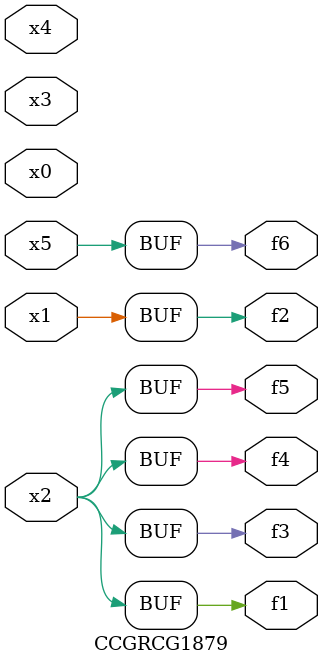
<source format=v>
module CCGRCG1879(
	input x0, x1, x2, x3, x4, x5,
	output f1, f2, f3, f4, f5, f6
);
	assign f1 = x2;
	assign f2 = x1;
	assign f3 = x2;
	assign f4 = x2;
	assign f5 = x2;
	assign f6 = x5;
endmodule

</source>
